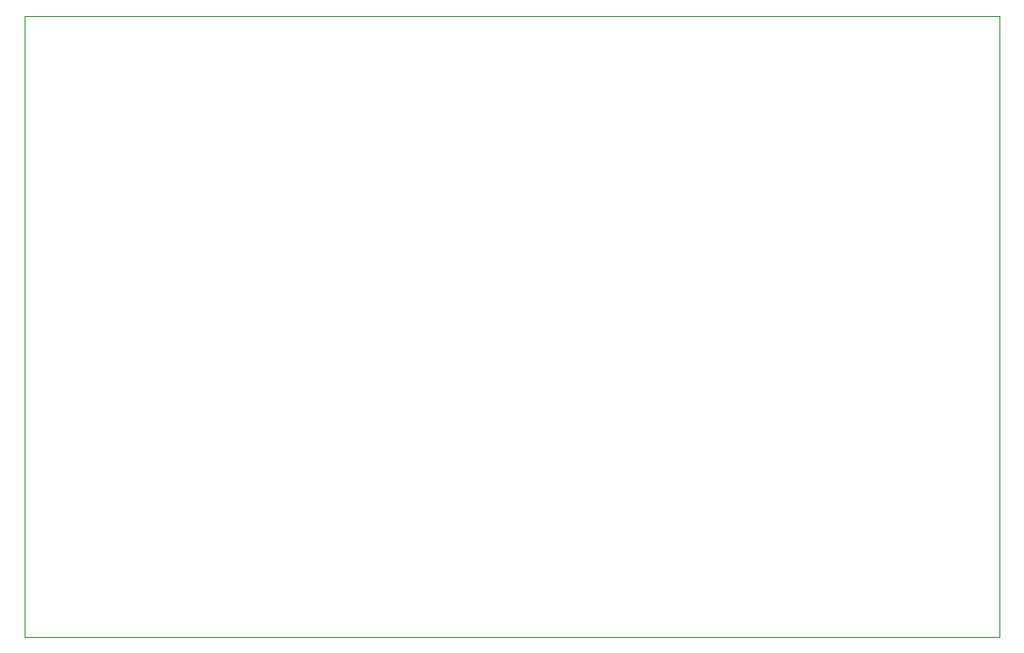
<source format=gbr>
%TF.GenerationSoftware,KiCad,Pcbnew,(5.1.9)-1*%
%TF.CreationDate,2021-01-30T10:24:11-03:00*%
%TF.ProjectId,Placa_aquisicao,506c6163-615f-4617-9175-69736963616f,rev?*%
%TF.SameCoordinates,PX40bc440PY798bb90*%
%TF.FileFunction,Profile,NP*%
%FSLAX46Y46*%
G04 Gerber Fmt 4.6, Leading zero omitted, Abs format (unit mm)*
G04 Created by KiCad (PCBNEW (5.1.9)-1) date 2021-01-30 10:24:11*
%MOMM*%
%LPD*%
G01*
G04 APERTURE LIST*
%TA.AperFunction,Profile*%
%ADD10C,0.050000*%
%TD*%
G04 APERTURE END LIST*
D10*
X2160000Y0D02*
X89440000Y0D01*
X2160000Y55680000D02*
X2160000Y0D01*
X89440000Y55680000D02*
X2160000Y55680000D01*
X89440000Y0D02*
X89440000Y55680000D01*
M02*

</source>
